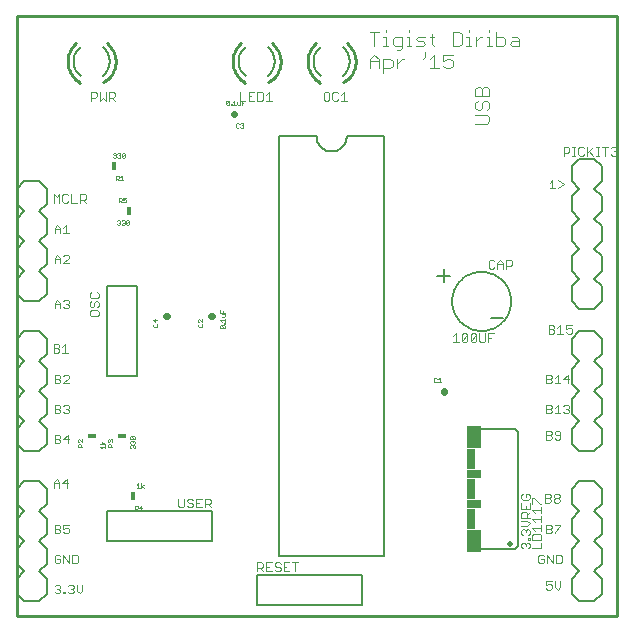
<source format=gto>
G75*
%MOIN*%
%OFA0B0*%
%FSLAX24Y24*%
%IPPOS*%
%LPD*%
%AMOC8*
5,1,8,0,0,1.08239X$1,22.5*
%
%ADD10C,0.0100*%
%ADD11C,0.0030*%
%ADD12C,0.0060*%
%ADD13C,0.0040*%
%ADD14C,0.0080*%
%ADD15C,0.0050*%
%ADD16C,0.0200*%
%ADD17R,0.0500X0.0750*%
%ADD18R,0.0300X0.0700*%
%ADD19R,0.0500X0.0300*%
%ADD20C,0.0220*%
%ADD21C,0.0010*%
%ADD22R,0.0180X0.0300*%
%ADD23R,0.0300X0.0180*%
D10*
X000150Y000150D02*
X000150Y020150D01*
X020150Y020150D01*
X020150Y000150D01*
X000150Y000150D01*
X003047Y017955D02*
X003095Y017985D01*
X003140Y018018D01*
X003183Y018054D01*
X003224Y018092D01*
X003261Y018134D01*
X003296Y018178D01*
X003327Y018224D01*
X003356Y018273D01*
X003380Y018323D01*
X003401Y018375D01*
X003419Y018429D01*
X003432Y018483D01*
X003442Y018538D01*
X003448Y018594D01*
X003450Y018650D01*
X002274Y017944D02*
X002227Y017971D01*
X002182Y018001D01*
X002139Y018034D01*
X002099Y018070D01*
X002061Y018109D01*
X002026Y018150D01*
X001993Y018193D01*
X001964Y018238D01*
X001938Y018286D01*
X001915Y018335D01*
X001895Y018385D01*
X001879Y018436D01*
X001866Y018489D01*
X001857Y018542D01*
X001852Y018596D01*
X001850Y018650D01*
X003167Y019261D02*
X003206Y019225D01*
X003244Y019186D01*
X003278Y019146D01*
X003310Y019103D01*
X003338Y019058D01*
X003364Y019011D01*
X003387Y018962D01*
X003406Y018912D01*
X003422Y018861D01*
X003434Y018809D01*
X003443Y018757D01*
X003448Y018703D01*
X003450Y018650D01*
X002138Y019265D02*
X002098Y019229D01*
X002060Y019190D01*
X002025Y019149D01*
X001993Y019106D01*
X001963Y019061D01*
X001937Y019014D01*
X001915Y018965D01*
X001895Y018914D01*
X001879Y018863D01*
X001866Y018811D01*
X001857Y018757D01*
X001852Y018704D01*
X001850Y018650D01*
X008547Y017955D02*
X008595Y017985D01*
X008640Y018018D01*
X008683Y018054D01*
X008724Y018092D01*
X008761Y018134D01*
X008796Y018178D01*
X008827Y018224D01*
X008856Y018273D01*
X008880Y018323D01*
X008901Y018375D01*
X008919Y018429D01*
X008932Y018483D01*
X008942Y018538D01*
X008948Y018594D01*
X008950Y018650D01*
X007774Y017944D02*
X007727Y017971D01*
X007682Y018001D01*
X007639Y018034D01*
X007599Y018070D01*
X007561Y018109D01*
X007526Y018150D01*
X007493Y018193D01*
X007464Y018238D01*
X007438Y018286D01*
X007415Y018335D01*
X007395Y018385D01*
X007379Y018436D01*
X007366Y018489D01*
X007357Y018542D01*
X007352Y018596D01*
X007350Y018650D01*
X008667Y019261D02*
X008706Y019225D01*
X008744Y019186D01*
X008778Y019146D01*
X008810Y019103D01*
X008838Y019058D01*
X008864Y019011D01*
X008887Y018962D01*
X008906Y018912D01*
X008922Y018861D01*
X008934Y018809D01*
X008943Y018757D01*
X008948Y018703D01*
X008950Y018650D01*
X007638Y019265D02*
X007598Y019229D01*
X007560Y019190D01*
X007525Y019149D01*
X007493Y019106D01*
X007463Y019061D01*
X007437Y019014D01*
X007415Y018965D01*
X007395Y018914D01*
X007379Y018863D01*
X007366Y018811D01*
X007357Y018757D01*
X007352Y018704D01*
X007350Y018650D01*
X011047Y017955D02*
X011095Y017985D01*
X011140Y018018D01*
X011183Y018054D01*
X011224Y018092D01*
X011261Y018134D01*
X011296Y018178D01*
X011327Y018224D01*
X011356Y018273D01*
X011380Y018323D01*
X011401Y018375D01*
X011419Y018429D01*
X011432Y018483D01*
X011442Y018538D01*
X011448Y018594D01*
X011450Y018650D01*
X010274Y017944D02*
X010227Y017971D01*
X010182Y018001D01*
X010139Y018034D01*
X010099Y018070D01*
X010061Y018109D01*
X010026Y018150D01*
X009993Y018193D01*
X009964Y018238D01*
X009938Y018286D01*
X009915Y018335D01*
X009895Y018385D01*
X009879Y018436D01*
X009866Y018489D01*
X009857Y018542D01*
X009852Y018596D01*
X009850Y018650D01*
X011167Y019261D02*
X011206Y019225D01*
X011244Y019186D01*
X011278Y019146D01*
X011310Y019103D01*
X011338Y019058D01*
X011364Y019011D01*
X011387Y018962D01*
X011406Y018912D01*
X011422Y018861D01*
X011434Y018809D01*
X011443Y018757D01*
X011448Y018703D01*
X011450Y018650D01*
X010138Y019265D02*
X010098Y019229D01*
X010060Y019190D01*
X010025Y019149D01*
X009993Y019106D01*
X009963Y019061D01*
X009937Y019014D01*
X009915Y018965D01*
X009895Y018914D01*
X009879Y018863D01*
X009866Y018811D01*
X009857Y018757D01*
X009852Y018704D01*
X009850Y018650D01*
D11*
X010429Y017635D02*
X010381Y017587D01*
X010381Y017393D01*
X010429Y017345D01*
X010526Y017345D01*
X010575Y017393D01*
X010575Y017587D01*
X010526Y017635D01*
X010429Y017635D01*
X010676Y017587D02*
X010676Y017393D01*
X010724Y017345D01*
X010821Y017345D01*
X010869Y017393D01*
X010970Y017345D02*
X011164Y017345D01*
X011067Y017345D02*
X011067Y017635D01*
X010970Y017538D01*
X010869Y017587D02*
X010821Y017635D01*
X010724Y017635D01*
X010676Y017587D01*
X008664Y017345D02*
X008470Y017345D01*
X008567Y017345D02*
X008567Y017635D01*
X008470Y017538D01*
X008369Y017587D02*
X008321Y017635D01*
X008176Y017635D01*
X008176Y017345D01*
X008321Y017345D01*
X008369Y017393D01*
X008369Y017587D01*
X008075Y017635D02*
X007881Y017635D01*
X007881Y017345D01*
X008075Y017345D01*
X007978Y017490D02*
X007881Y017490D01*
X007780Y017345D02*
X007586Y017345D01*
X007586Y017635D01*
X003414Y017587D02*
X003414Y017490D01*
X003365Y017442D01*
X003220Y017442D01*
X003220Y017345D02*
X003220Y017635D01*
X003365Y017635D01*
X003414Y017587D01*
X003317Y017442D02*
X003414Y017345D01*
X003119Y017345D02*
X003119Y017635D01*
X002926Y017635D02*
X002926Y017345D01*
X003022Y017442D01*
X003119Y017345D01*
X002825Y017490D02*
X002776Y017442D01*
X002631Y017442D01*
X002631Y017345D02*
X002631Y017635D01*
X002776Y017635D01*
X002825Y017587D01*
X002825Y017490D01*
X002414Y014235D02*
X002462Y014187D01*
X002462Y014090D01*
X002414Y014042D01*
X002269Y014042D01*
X002366Y014042D02*
X002462Y013945D01*
X002269Y013945D02*
X002269Y014235D01*
X002414Y014235D01*
X002168Y013945D02*
X001974Y013945D01*
X001974Y014235D01*
X001873Y014187D02*
X001825Y014235D01*
X001728Y014235D01*
X001680Y014187D01*
X001680Y013993D01*
X001728Y013945D01*
X001825Y013945D01*
X001873Y013993D01*
X001578Y013945D02*
X001578Y014235D01*
X001482Y014138D01*
X001385Y014235D01*
X001385Y013945D01*
X001512Y013205D02*
X001608Y013108D01*
X001608Y012915D01*
X001710Y012915D02*
X001903Y012915D01*
X001806Y012915D02*
X001806Y013205D01*
X001710Y013108D01*
X001608Y013060D02*
X001415Y013060D01*
X001415Y013108D02*
X001512Y013205D01*
X001415Y013108D02*
X001415Y012915D01*
X001512Y012205D02*
X001608Y012108D01*
X001608Y011915D01*
X001710Y011915D02*
X001903Y012108D01*
X001903Y012157D01*
X001855Y012205D01*
X001758Y012205D01*
X001710Y012157D01*
X001608Y012060D02*
X001415Y012060D01*
X001415Y012108D02*
X001512Y012205D01*
X001415Y012108D02*
X001415Y011915D01*
X001710Y011915D02*
X001903Y011915D01*
X002643Y010948D02*
X002595Y010899D01*
X002595Y010803D01*
X002643Y010754D01*
X002837Y010754D01*
X002885Y010803D01*
X002885Y010899D01*
X002837Y010948D01*
X002837Y010653D02*
X002885Y010605D01*
X002885Y010508D01*
X002837Y010460D01*
X002837Y010358D02*
X002643Y010358D01*
X002595Y010310D01*
X002595Y010213D01*
X002643Y010165D01*
X002837Y010165D01*
X002885Y010213D01*
X002885Y010310D01*
X002837Y010358D01*
X002692Y010460D02*
X002740Y010508D01*
X002740Y010605D01*
X002788Y010653D01*
X002837Y010653D01*
X002643Y010653D02*
X002595Y010605D01*
X002595Y010508D01*
X002643Y010460D01*
X002692Y010460D01*
X001903Y010463D02*
X001855Y010415D01*
X001758Y010415D01*
X001710Y010463D01*
X001608Y010415D02*
X001608Y010608D01*
X001512Y010705D01*
X001415Y010608D01*
X001415Y010415D01*
X001415Y010560D02*
X001608Y010560D01*
X001710Y010657D02*
X001758Y010705D01*
X001855Y010705D01*
X001903Y010657D01*
X001903Y010608D01*
X001855Y010560D01*
X001903Y010512D01*
X001903Y010463D01*
X001855Y010560D02*
X001806Y010560D01*
X001776Y009235D02*
X001776Y008945D01*
X001680Y008945D02*
X001873Y008945D01*
X001680Y009138D02*
X001776Y009235D01*
X001578Y009187D02*
X001578Y009138D01*
X001530Y009090D01*
X001385Y009090D01*
X001385Y008945D02*
X001530Y008945D01*
X001578Y008993D01*
X001578Y009042D01*
X001530Y009090D01*
X001578Y009187D02*
X001530Y009235D01*
X001385Y009235D01*
X001385Y008945D01*
X001415Y008205D02*
X001560Y008205D01*
X001608Y008157D01*
X001608Y008108D01*
X001560Y008060D01*
X001415Y008060D01*
X001415Y007915D02*
X001560Y007915D01*
X001608Y007963D01*
X001608Y008012D01*
X001560Y008060D01*
X001710Y008157D02*
X001758Y008205D01*
X001855Y008205D01*
X001903Y008157D01*
X001903Y008108D01*
X001710Y007915D01*
X001903Y007915D01*
X001415Y007915D02*
X001415Y008205D01*
X001415Y007205D02*
X001560Y007205D01*
X001608Y007157D01*
X001608Y007108D01*
X001560Y007060D01*
X001415Y007060D01*
X001415Y006915D02*
X001560Y006915D01*
X001608Y006963D01*
X001608Y007012D01*
X001560Y007060D01*
X001710Y006963D02*
X001758Y006915D01*
X001855Y006915D01*
X001903Y006963D01*
X001903Y007012D01*
X001855Y007060D01*
X001806Y007060D01*
X001855Y007060D02*
X001903Y007108D01*
X001903Y007157D01*
X001855Y007205D01*
X001758Y007205D01*
X001710Y007157D01*
X001415Y007205D02*
X001415Y006915D01*
X001415Y006205D02*
X001560Y006205D01*
X001608Y006157D01*
X001608Y006108D01*
X001560Y006060D01*
X001415Y006060D01*
X001415Y005915D02*
X001560Y005915D01*
X001608Y005963D01*
X001608Y006012D01*
X001560Y006060D01*
X001710Y006060D02*
X001903Y006060D01*
X001855Y005915D02*
X001855Y006205D01*
X001710Y006060D01*
X001415Y005915D02*
X001415Y006205D01*
X001482Y004735D02*
X001578Y004638D01*
X001578Y004445D01*
X001578Y004590D02*
X001385Y004590D01*
X001385Y004638D02*
X001482Y004735D01*
X001385Y004638D02*
X001385Y004445D01*
X001680Y004590D02*
X001825Y004735D01*
X001825Y004445D01*
X001873Y004590D02*
X001680Y004590D01*
X001710Y003205D02*
X001710Y003060D01*
X001806Y003108D01*
X001855Y003108D01*
X001903Y003060D01*
X001903Y002963D01*
X001855Y002915D01*
X001758Y002915D01*
X001710Y002963D01*
X001608Y002963D02*
X001560Y002915D01*
X001415Y002915D01*
X001415Y003205D01*
X001560Y003205D01*
X001608Y003157D01*
X001608Y003108D01*
X001560Y003060D01*
X001415Y003060D01*
X001560Y003060D02*
X001608Y003012D01*
X001608Y002963D01*
X001710Y003205D02*
X001903Y003205D01*
X001903Y002205D02*
X001903Y001915D01*
X001710Y002205D01*
X001710Y001915D01*
X001608Y001963D02*
X001608Y002060D01*
X001512Y002060D01*
X001608Y001963D02*
X001560Y001915D01*
X001463Y001915D01*
X001415Y001963D01*
X001415Y002157D01*
X001463Y002205D01*
X001560Y002205D01*
X001608Y002157D01*
X002004Y002205D02*
X002004Y001915D01*
X002149Y001915D01*
X002198Y001963D01*
X002198Y002157D01*
X002149Y002205D01*
X002004Y002205D01*
X002002Y001205D02*
X002050Y001157D01*
X002050Y001108D01*
X002002Y001060D01*
X002050Y001012D01*
X002050Y000963D01*
X002002Y000915D01*
X001905Y000915D01*
X001857Y000963D01*
X001758Y000963D02*
X001758Y000915D01*
X001710Y000915D01*
X001710Y000963D01*
X001758Y000963D01*
X001608Y000963D02*
X001560Y000915D01*
X001463Y000915D01*
X001415Y000963D01*
X001512Y001060D02*
X001560Y001060D01*
X001608Y001012D01*
X001608Y000963D01*
X001560Y001060D02*
X001608Y001108D01*
X001608Y001157D01*
X001560Y001205D01*
X001463Y001205D01*
X001415Y001157D01*
X001857Y001157D02*
X001905Y001205D01*
X002002Y001205D01*
X002002Y001060D02*
X001954Y001060D01*
X002152Y001012D02*
X002248Y000915D01*
X002345Y001012D01*
X002345Y001205D01*
X002152Y001205D02*
X002152Y001012D01*
X005540Y003838D02*
X005588Y003790D01*
X005685Y003790D01*
X005733Y003838D01*
X005733Y004080D01*
X005835Y004032D02*
X005883Y004080D01*
X005980Y004080D01*
X006028Y004032D01*
X005980Y003935D02*
X006028Y003887D01*
X006028Y003838D01*
X005980Y003790D01*
X005883Y003790D01*
X005835Y003838D01*
X005883Y003935D02*
X005980Y003935D01*
X005883Y003935D02*
X005835Y003983D01*
X005835Y004032D01*
X005540Y004080D02*
X005540Y003838D01*
X006129Y003790D02*
X006323Y003790D01*
X006424Y003790D02*
X006424Y004080D01*
X006569Y004080D01*
X006617Y004032D01*
X006617Y003935D01*
X006569Y003887D01*
X006424Y003887D01*
X006521Y003887D02*
X006617Y003790D01*
X006323Y004080D02*
X006129Y004080D01*
X006129Y003790D01*
X006129Y003935D02*
X006226Y003935D01*
X008165Y001955D02*
X008310Y001955D01*
X008358Y001907D01*
X008358Y001810D01*
X008310Y001762D01*
X008165Y001762D01*
X008262Y001762D02*
X008358Y001665D01*
X008460Y001665D02*
X008653Y001665D01*
X008754Y001713D02*
X008803Y001665D01*
X008899Y001665D01*
X008948Y001713D01*
X008948Y001762D01*
X008899Y001810D01*
X008803Y001810D01*
X008754Y001858D01*
X008754Y001907D01*
X008803Y001955D01*
X008899Y001955D01*
X008948Y001907D01*
X009049Y001955D02*
X009049Y001665D01*
X009242Y001665D01*
X009146Y001810D02*
X009049Y001810D01*
X009049Y001955D02*
X009242Y001955D01*
X009344Y001955D02*
X009537Y001955D01*
X009440Y001955D02*
X009440Y001665D01*
X008653Y001955D02*
X008460Y001955D01*
X008460Y001665D01*
X008460Y001810D02*
X008556Y001810D01*
X008165Y001665D02*
X008165Y001955D01*
X014692Y009295D02*
X014885Y009295D01*
X014788Y009295D02*
X014788Y009585D01*
X014692Y009488D01*
X014986Y009537D02*
X015035Y009585D01*
X015132Y009585D01*
X015180Y009537D01*
X014986Y009343D01*
X015035Y009295D01*
X015132Y009295D01*
X015180Y009343D01*
X015180Y009537D01*
X015281Y009537D02*
X015329Y009585D01*
X015426Y009585D01*
X015475Y009537D01*
X015281Y009343D01*
X015329Y009295D01*
X015426Y009295D01*
X015475Y009343D01*
X015475Y009537D01*
X015576Y009585D02*
X015576Y009343D01*
X015624Y009295D01*
X015721Y009295D01*
X015769Y009343D01*
X015769Y009585D01*
X015870Y009585D02*
X016064Y009585D01*
X015967Y009440D02*
X015870Y009440D01*
X015870Y009295D02*
X015870Y009585D01*
X015281Y009537D02*
X015281Y009343D01*
X014986Y009343D02*
X014986Y009537D01*
X015929Y011745D02*
X016026Y011745D01*
X016075Y011793D01*
X016176Y011745D02*
X016176Y011938D01*
X016272Y012035D01*
X016369Y011938D01*
X016369Y011745D01*
X016470Y011745D02*
X016470Y012035D01*
X016615Y012035D01*
X016664Y011987D01*
X016664Y011890D01*
X016615Y011842D01*
X016470Y011842D01*
X016369Y011890D02*
X016176Y011890D01*
X016075Y011987D02*
X016026Y012035D01*
X015929Y012035D01*
X015881Y011987D01*
X015881Y011793D01*
X015929Y011745D01*
X017885Y009860D02*
X017885Y009570D01*
X018030Y009570D01*
X018078Y009618D01*
X018078Y009667D01*
X018030Y009715D01*
X017885Y009715D01*
X018030Y009715D02*
X018078Y009763D01*
X018078Y009812D01*
X018030Y009860D01*
X017885Y009860D01*
X018180Y009763D02*
X018276Y009860D01*
X018276Y009570D01*
X018180Y009570D02*
X018373Y009570D01*
X018474Y009618D02*
X018523Y009570D01*
X018619Y009570D01*
X018668Y009618D01*
X018668Y009715D01*
X018619Y009763D01*
X018571Y009763D01*
X018474Y009715D01*
X018474Y009860D01*
X018668Y009860D01*
X018524Y008205D02*
X018379Y008060D01*
X018573Y008060D01*
X018524Y007915D02*
X018524Y008205D01*
X018181Y008205D02*
X018181Y007915D01*
X018085Y007915D02*
X018278Y007915D01*
X018085Y008108D02*
X018181Y008205D01*
X017983Y008157D02*
X017983Y008108D01*
X017935Y008060D01*
X017790Y008060D01*
X017790Y007915D02*
X017935Y007915D01*
X017983Y007963D01*
X017983Y008012D01*
X017935Y008060D01*
X017983Y008157D02*
X017935Y008205D01*
X017790Y008205D01*
X017790Y007915D01*
X017790Y007205D02*
X017935Y007205D01*
X017983Y007157D01*
X017983Y007108D01*
X017935Y007060D01*
X017790Y007060D01*
X017790Y006915D02*
X017935Y006915D01*
X017983Y006963D01*
X017983Y007012D01*
X017935Y007060D01*
X018085Y007108D02*
X018181Y007205D01*
X018181Y006915D01*
X018085Y006915D02*
X018278Y006915D01*
X018379Y006963D02*
X018428Y006915D01*
X018524Y006915D01*
X018573Y006963D01*
X018573Y007012D01*
X018524Y007060D01*
X018476Y007060D01*
X018524Y007060D02*
X018573Y007108D01*
X018573Y007157D01*
X018524Y007205D01*
X018428Y007205D01*
X018379Y007157D01*
X017790Y007205D02*
X017790Y006915D01*
X017790Y006330D02*
X017935Y006330D01*
X017983Y006282D01*
X017983Y006233D01*
X017935Y006185D01*
X017790Y006185D01*
X017790Y006040D02*
X017935Y006040D01*
X017983Y006088D01*
X017983Y006137D01*
X017935Y006185D01*
X018085Y006233D02*
X018133Y006185D01*
X018278Y006185D01*
X018278Y006088D02*
X018278Y006282D01*
X018230Y006330D01*
X018133Y006330D01*
X018085Y006282D01*
X018085Y006233D01*
X018085Y006088D02*
X018133Y006040D01*
X018230Y006040D01*
X018278Y006088D01*
X017790Y006040D02*
X017790Y006330D01*
X017760Y004235D02*
X017905Y004235D01*
X017953Y004187D01*
X017953Y004138D01*
X017905Y004090D01*
X017760Y004090D01*
X017760Y003945D02*
X017760Y004235D01*
X017905Y004090D02*
X017953Y004042D01*
X017953Y003993D01*
X017905Y003945D01*
X017760Y003945D01*
X017635Y003888D02*
X017587Y003888D01*
X017393Y004082D01*
X017345Y004082D01*
X017345Y003888D01*
X017260Y003934D02*
X017260Y003741D01*
X016970Y003741D01*
X016970Y003934D01*
X017018Y004036D02*
X017212Y004036D01*
X017260Y004084D01*
X017260Y004181D01*
X017212Y004229D01*
X017115Y004229D01*
X017115Y004132D01*
X017018Y004036D02*
X016970Y004084D01*
X016970Y004181D01*
X017018Y004229D01*
X017115Y003838D02*
X017115Y003741D01*
X017115Y003640D02*
X017018Y003640D01*
X016970Y003591D01*
X016970Y003446D01*
X017260Y003446D01*
X017163Y003446D02*
X017163Y003591D01*
X017115Y003640D01*
X017163Y003543D02*
X017260Y003640D01*
X017345Y003690D02*
X017635Y003690D01*
X017635Y003594D02*
X017635Y003787D01*
X017442Y003594D02*
X017345Y003690D01*
X017635Y003492D02*
X017635Y003299D01*
X017635Y003396D02*
X017345Y003396D01*
X017442Y003299D01*
X017260Y003248D02*
X017163Y003152D01*
X016970Y003152D01*
X017018Y003050D02*
X017067Y003050D01*
X017115Y003002D01*
X017163Y003050D01*
X017212Y003050D01*
X017260Y003002D01*
X017260Y002905D01*
X017212Y002857D01*
X017212Y002758D02*
X017260Y002758D01*
X017260Y002710D01*
X017212Y002710D01*
X017212Y002758D01*
X017345Y002710D02*
X017345Y002855D01*
X017393Y002903D01*
X017587Y002903D01*
X017635Y002855D01*
X017635Y002710D01*
X017345Y002710D01*
X017212Y002608D02*
X017260Y002560D01*
X017260Y002463D01*
X017212Y002415D01*
X017345Y002415D02*
X017635Y002415D01*
X017635Y002608D01*
X017790Y002915D02*
X017935Y002915D01*
X017983Y002963D01*
X017983Y003012D01*
X017935Y003060D01*
X017790Y003060D01*
X017790Y002915D02*
X017790Y003205D01*
X017935Y003205D01*
X017983Y003157D01*
X017983Y003108D01*
X017935Y003060D01*
X018085Y002963D02*
X018085Y002915D01*
X018085Y002963D02*
X018278Y003157D01*
X018278Y003205D01*
X018085Y003205D01*
X017635Y003198D02*
X017635Y003004D01*
X017635Y003101D02*
X017345Y003101D01*
X017442Y003004D01*
X017115Y003002D02*
X017115Y002954D01*
X017018Y003050D02*
X016970Y003002D01*
X016970Y002905D01*
X017018Y002857D01*
X017018Y002608D02*
X017067Y002608D01*
X017115Y002560D01*
X017163Y002608D01*
X017212Y002608D01*
X017115Y002560D02*
X017115Y002512D01*
X017018Y002608D02*
X016970Y002560D01*
X016970Y002463D01*
X017018Y002415D01*
X017540Y002157D02*
X017540Y001963D01*
X017588Y001915D01*
X017685Y001915D01*
X017733Y001963D01*
X017733Y002060D01*
X017637Y002060D01*
X017733Y002157D02*
X017685Y002205D01*
X017588Y002205D01*
X017540Y002157D01*
X017835Y002205D02*
X017835Y001915D01*
X018028Y001915D02*
X017835Y002205D01*
X018028Y002205D02*
X018028Y001915D01*
X018129Y001915D02*
X018129Y002205D01*
X018274Y002205D01*
X018323Y002157D01*
X018323Y001963D01*
X018274Y001915D01*
X018129Y001915D01*
X018085Y001330D02*
X018085Y001137D01*
X018181Y001040D01*
X018278Y001137D01*
X018278Y001330D01*
X017983Y001330D02*
X017790Y001330D01*
X017790Y001185D01*
X017887Y001233D01*
X017935Y001233D01*
X017983Y001185D01*
X017983Y001088D01*
X017935Y001040D01*
X017838Y001040D01*
X017790Y001088D01*
X017260Y003248D02*
X017163Y003345D01*
X016970Y003345D01*
X018055Y003993D02*
X018055Y004042D01*
X018103Y004090D01*
X018200Y004090D01*
X018248Y004042D01*
X018248Y003993D01*
X018200Y003945D01*
X018103Y003945D01*
X018055Y003993D01*
X018103Y004090D02*
X018055Y004138D01*
X018055Y004187D01*
X018103Y004235D01*
X018200Y004235D01*
X018248Y004187D01*
X018248Y004138D01*
X018200Y004090D01*
X018210Y014415D02*
X018403Y014560D01*
X018210Y014705D01*
X018012Y014705D02*
X018012Y014415D01*
X018108Y014415D02*
X017915Y014415D01*
X017915Y014608D02*
X018012Y014705D01*
X018385Y015510D02*
X018385Y015800D01*
X018530Y015800D01*
X018578Y015752D01*
X018578Y015655D01*
X018530Y015607D01*
X018385Y015607D01*
X018680Y015510D02*
X018776Y015510D01*
X018728Y015510D02*
X018728Y015800D01*
X018680Y015800D02*
X018776Y015800D01*
X018876Y015752D02*
X018876Y015558D01*
X018924Y015510D01*
X019021Y015510D01*
X019070Y015558D01*
X019171Y015510D02*
X019171Y015800D01*
X019070Y015752D02*
X019021Y015800D01*
X018924Y015800D01*
X018876Y015752D01*
X019171Y015607D02*
X019364Y015800D01*
X019465Y015800D02*
X019562Y015800D01*
X019514Y015800D02*
X019514Y015510D01*
X019562Y015510D02*
X019465Y015510D01*
X019364Y015510D02*
X019219Y015655D01*
X019662Y015800D02*
X019855Y015800D01*
X019759Y015800D02*
X019759Y015510D01*
X019956Y015558D02*
X020005Y015510D01*
X020102Y015510D01*
X020150Y015558D01*
X020150Y015607D01*
X020102Y015655D01*
X020053Y015655D01*
X020102Y015655D02*
X020150Y015703D01*
X020150Y015752D01*
X020102Y015800D01*
X020005Y015800D01*
X019956Y015752D01*
D12*
X014607Y011500D02*
X014180Y011500D01*
X014394Y011287D02*
X014394Y011714D01*
X015600Y006400D02*
X016750Y006400D01*
X016850Y006300D01*
X016850Y002500D01*
X016750Y002400D01*
X015600Y002400D01*
X010050Y018650D02*
X010052Y018697D01*
X010058Y018745D01*
X010067Y018791D01*
X010080Y018837D01*
X010096Y018881D01*
X010117Y018925D01*
X010140Y018966D01*
X010166Y019005D01*
X010196Y019042D01*
X010229Y019077D01*
X010264Y019109D01*
X010301Y019138D01*
X011250Y018650D02*
X011248Y018605D01*
X011243Y018559D01*
X011235Y018515D01*
X011223Y018471D01*
X011207Y018428D01*
X011189Y018386D01*
X011167Y018346D01*
X011143Y018308D01*
X011116Y018272D01*
X011086Y018237D01*
X011053Y018206D01*
X011018Y018176D01*
X011250Y018650D02*
X011248Y018695D01*
X011243Y018741D01*
X011235Y018785D01*
X011223Y018829D01*
X011207Y018872D01*
X011189Y018914D01*
X011167Y018954D01*
X011143Y018992D01*
X011116Y019028D01*
X011086Y019063D01*
X011053Y019094D01*
X011018Y019124D01*
X010050Y018650D02*
X010052Y018604D01*
X010057Y018558D01*
X010066Y018512D01*
X010078Y018467D01*
X010094Y018424D01*
X010113Y018382D01*
X010136Y018341D01*
X010161Y018302D01*
X010189Y018266D01*
X010220Y018231D01*
X010254Y018199D01*
X010290Y018170D01*
X007801Y019138D02*
X007764Y019109D01*
X007729Y019077D01*
X007696Y019042D01*
X007666Y019005D01*
X007640Y018966D01*
X007617Y018925D01*
X007596Y018881D01*
X007580Y018837D01*
X007567Y018791D01*
X007558Y018745D01*
X007552Y018697D01*
X007550Y018650D01*
X008518Y018176D02*
X008553Y018206D01*
X008586Y018237D01*
X008616Y018272D01*
X008643Y018308D01*
X008667Y018346D01*
X008689Y018386D01*
X008707Y018428D01*
X008723Y018471D01*
X008735Y018515D01*
X008743Y018559D01*
X008748Y018605D01*
X008750Y018650D01*
X007790Y018170D02*
X007754Y018199D01*
X007720Y018231D01*
X007689Y018266D01*
X007661Y018302D01*
X007636Y018341D01*
X007613Y018382D01*
X007594Y018424D01*
X007578Y018467D01*
X007566Y018512D01*
X007557Y018558D01*
X007552Y018604D01*
X007550Y018650D01*
X008518Y019124D02*
X008553Y019094D01*
X008586Y019063D01*
X008616Y019028D01*
X008643Y018992D01*
X008667Y018954D01*
X008689Y018914D01*
X008707Y018872D01*
X008723Y018829D01*
X008735Y018785D01*
X008743Y018741D01*
X008748Y018695D01*
X008750Y018650D01*
X002290Y018170D02*
X002254Y018199D01*
X002220Y018231D01*
X002189Y018266D01*
X002161Y018302D01*
X002136Y018341D01*
X002113Y018382D01*
X002094Y018424D01*
X002078Y018467D01*
X002066Y018512D01*
X002057Y018558D01*
X002052Y018604D01*
X002050Y018650D01*
X003018Y018176D02*
X003053Y018206D01*
X003086Y018237D01*
X003116Y018272D01*
X003143Y018308D01*
X003167Y018346D01*
X003189Y018386D01*
X003207Y018428D01*
X003223Y018471D01*
X003235Y018515D01*
X003243Y018559D01*
X003248Y018605D01*
X003250Y018650D01*
X002301Y019138D02*
X002264Y019109D01*
X002229Y019077D01*
X002196Y019042D01*
X002166Y019005D01*
X002140Y018966D01*
X002117Y018925D01*
X002096Y018881D01*
X002080Y018837D01*
X002067Y018791D01*
X002058Y018745D01*
X002052Y018697D01*
X002050Y018650D01*
X003018Y019124D02*
X003053Y019094D01*
X003086Y019063D01*
X003116Y019028D01*
X003143Y018992D01*
X003167Y018954D01*
X003189Y018914D01*
X003207Y018872D01*
X003223Y018829D01*
X003235Y018785D01*
X003243Y018741D01*
X003248Y018695D01*
X003250Y018650D01*
D13*
X011920Y018650D02*
X012227Y018650D01*
X012227Y018727D02*
X012227Y018420D01*
X012380Y018420D02*
X012611Y018420D01*
X012687Y018497D01*
X012687Y018650D01*
X012611Y018727D01*
X012380Y018727D01*
X012380Y018267D01*
X011920Y018420D02*
X011920Y018727D01*
X012073Y018880D01*
X012227Y018727D01*
X012380Y019170D02*
X012534Y019170D01*
X012457Y019170D02*
X012457Y019477D01*
X012380Y019477D01*
X012457Y019630D02*
X012457Y019707D01*
X012227Y019630D02*
X011920Y019630D01*
X012073Y019630D02*
X012073Y019170D01*
X012687Y019247D02*
X012764Y019170D01*
X012994Y019170D01*
X012994Y019093D02*
X012994Y019477D01*
X012764Y019477D01*
X012687Y019400D01*
X012687Y019247D01*
X012841Y019017D02*
X012918Y019017D01*
X012994Y019093D01*
X013148Y019170D02*
X013301Y019170D01*
X013224Y019170D02*
X013224Y019477D01*
X013148Y019477D01*
X013224Y019630D02*
X013224Y019707D01*
X013531Y019477D02*
X013455Y019400D01*
X013531Y019323D01*
X013685Y019323D01*
X013762Y019247D01*
X013685Y019170D01*
X013455Y019170D01*
X013531Y019477D02*
X013762Y019477D01*
X013915Y019477D02*
X014068Y019477D01*
X013992Y019554D02*
X013992Y019247D01*
X014068Y019170D01*
X014068Y018880D02*
X014068Y018420D01*
X013915Y018420D02*
X014222Y018420D01*
X014375Y018497D02*
X014452Y018420D01*
X014606Y018420D01*
X014682Y018497D01*
X014682Y018650D01*
X014606Y018727D01*
X014529Y018727D01*
X014375Y018650D01*
X014375Y018880D01*
X014682Y018880D01*
X014682Y019170D02*
X014913Y019170D01*
X014989Y019247D01*
X014989Y019554D01*
X014913Y019630D01*
X014682Y019630D01*
X014682Y019170D01*
X015143Y019170D02*
X015296Y019170D01*
X015219Y019170D02*
X015219Y019477D01*
X015143Y019477D01*
X015219Y019630D02*
X015219Y019707D01*
X015450Y019477D02*
X015450Y019170D01*
X015450Y019323D02*
X015603Y019477D01*
X015680Y019477D01*
X015833Y019477D02*
X015910Y019477D01*
X015910Y019170D01*
X015833Y019170D02*
X015987Y019170D01*
X016140Y019170D02*
X016370Y019170D01*
X016447Y019247D01*
X016447Y019400D01*
X016370Y019477D01*
X016140Y019477D01*
X016140Y019630D02*
X016140Y019170D01*
X016601Y019247D02*
X016677Y019323D01*
X016908Y019323D01*
X016908Y019400D02*
X016908Y019170D01*
X016677Y019170D01*
X016601Y019247D01*
X016677Y019477D02*
X016831Y019477D01*
X016908Y019400D01*
X015910Y019630D02*
X015910Y019707D01*
X014068Y018880D02*
X013915Y018727D01*
X013762Y018804D02*
X013762Y018957D01*
X013762Y018804D02*
X013685Y018727D01*
X013071Y018727D02*
X012994Y018727D01*
X012841Y018573D01*
X012841Y018420D02*
X012841Y018727D01*
X015440Y017724D02*
X015440Y017494D01*
X015901Y017494D01*
X015901Y017724D01*
X015824Y017801D01*
X015747Y017801D01*
X015670Y017724D01*
X015670Y017494D01*
X015747Y017341D02*
X015824Y017341D01*
X015901Y017264D01*
X015901Y017110D01*
X015824Y017034D01*
X015824Y016880D02*
X015440Y016880D01*
X015517Y017034D02*
X015440Y017110D01*
X015440Y017264D01*
X015517Y017341D01*
X015670Y017264D02*
X015670Y017110D01*
X015594Y017034D01*
X015517Y017034D01*
X015824Y016880D02*
X015901Y016803D01*
X015901Y016650D01*
X015824Y016573D01*
X015440Y016573D01*
X015670Y017264D02*
X015747Y017341D01*
X015670Y017724D02*
X015594Y017801D01*
X015517Y017801D01*
X015440Y017724D01*
D14*
X018650Y015150D02*
X018650Y014650D01*
X018900Y014400D01*
X018650Y014150D01*
X018650Y013650D01*
X018900Y013400D01*
X018650Y013150D01*
X018650Y012650D01*
X018900Y012400D01*
X018650Y012150D01*
X018650Y011650D01*
X018900Y011400D01*
X018650Y011150D01*
X018650Y010650D01*
X018900Y010400D01*
X019400Y010400D01*
X019650Y010650D01*
X019650Y011150D01*
X019400Y011400D01*
X019650Y011650D01*
X019650Y012150D01*
X019400Y012400D01*
X019650Y012650D01*
X019650Y013150D01*
X019400Y013400D01*
X019650Y013650D01*
X019650Y014150D01*
X019400Y014400D01*
X019650Y014650D01*
X019650Y015150D01*
X019400Y015400D01*
X018900Y015400D01*
X018650Y015150D01*
X014666Y010650D02*
X014668Y010712D01*
X014674Y010775D01*
X014684Y010836D01*
X014698Y010897D01*
X014715Y010957D01*
X014736Y011016D01*
X014762Y011073D01*
X014790Y011128D01*
X014822Y011182D01*
X014858Y011233D01*
X014896Y011283D01*
X014938Y011329D01*
X014982Y011373D01*
X015030Y011414D01*
X015079Y011452D01*
X015131Y011486D01*
X015185Y011517D01*
X015241Y011545D01*
X015299Y011569D01*
X015358Y011590D01*
X015418Y011606D01*
X015479Y011619D01*
X015541Y011628D01*
X015603Y011633D01*
X015666Y011634D01*
X015728Y011631D01*
X015790Y011624D01*
X015852Y011613D01*
X015912Y011598D01*
X015972Y011580D01*
X016030Y011558D01*
X016087Y011532D01*
X016142Y011502D01*
X016195Y011469D01*
X016246Y011433D01*
X016294Y011394D01*
X016340Y011351D01*
X016383Y011306D01*
X016423Y011258D01*
X016460Y011208D01*
X016494Y011155D01*
X016525Y011101D01*
X016551Y011045D01*
X016575Y010987D01*
X016594Y010927D01*
X016610Y010867D01*
X016622Y010805D01*
X016630Y010744D01*
X016634Y010681D01*
X016634Y010619D01*
X016630Y010556D01*
X016622Y010495D01*
X016610Y010433D01*
X016594Y010373D01*
X016575Y010313D01*
X016551Y010255D01*
X016525Y010199D01*
X016494Y010145D01*
X016460Y010092D01*
X016423Y010042D01*
X016383Y009994D01*
X016340Y009949D01*
X016294Y009906D01*
X016246Y009867D01*
X016195Y009831D01*
X016142Y009798D01*
X016087Y009768D01*
X016030Y009742D01*
X015972Y009720D01*
X015912Y009702D01*
X015852Y009687D01*
X015790Y009676D01*
X015728Y009669D01*
X015666Y009666D01*
X015603Y009667D01*
X015541Y009672D01*
X015479Y009681D01*
X015418Y009694D01*
X015358Y009710D01*
X015299Y009731D01*
X015241Y009755D01*
X015185Y009783D01*
X015131Y009814D01*
X015079Y009848D01*
X015030Y009886D01*
X014982Y009927D01*
X014938Y009971D01*
X014896Y010017D01*
X014858Y010067D01*
X014822Y010118D01*
X014790Y010172D01*
X014762Y010227D01*
X014736Y010284D01*
X014715Y010343D01*
X014698Y010403D01*
X014684Y010464D01*
X014674Y010525D01*
X014668Y010588D01*
X014666Y010650D01*
X015950Y010100D02*
X016350Y010100D01*
X018650Y009400D02*
X018650Y008900D01*
X018900Y008650D01*
X018650Y008400D01*
X018650Y007900D01*
X018900Y007650D01*
X018650Y007400D01*
X018650Y006900D01*
X018900Y006650D01*
X018650Y006400D01*
X018650Y005900D01*
X018900Y005650D01*
X019400Y005650D01*
X019650Y005900D01*
X019650Y006400D01*
X019400Y006650D01*
X019650Y006900D01*
X019650Y007400D01*
X019400Y007650D01*
X019650Y007900D01*
X019650Y008400D01*
X019400Y008650D01*
X019650Y008900D01*
X019650Y009400D01*
X019400Y009650D01*
X018900Y009650D01*
X018650Y009400D01*
X018900Y004650D02*
X018650Y004400D01*
X018650Y003900D01*
X018900Y003650D01*
X018650Y003400D01*
X018650Y002900D01*
X018900Y002650D01*
X018650Y002400D01*
X018650Y001900D01*
X018900Y001650D01*
X018650Y001400D01*
X018650Y000900D01*
X018900Y000650D01*
X019400Y000650D01*
X019650Y000900D01*
X019650Y001400D01*
X019400Y001650D01*
X019650Y001900D01*
X019650Y002400D01*
X019400Y002650D01*
X019650Y002900D01*
X019650Y003400D01*
X019400Y003650D01*
X019650Y003900D01*
X019650Y004400D01*
X019400Y004650D01*
X018900Y004650D01*
X001150Y004400D02*
X001150Y003900D01*
X000900Y003650D01*
X001150Y003400D01*
X001150Y002900D01*
X000900Y002650D01*
X001150Y002400D01*
X001150Y001900D01*
X000900Y001650D01*
X001150Y001400D01*
X001150Y000900D01*
X000900Y000650D01*
X000400Y000650D01*
X000150Y000900D01*
X000150Y001400D01*
X000400Y001650D01*
X000150Y001900D01*
X000150Y002400D01*
X000400Y002650D01*
X000150Y002900D01*
X000150Y003400D01*
X000400Y003650D01*
X000150Y003900D01*
X000150Y004400D01*
X000400Y004650D01*
X000900Y004650D01*
X001150Y004400D01*
X000900Y005650D02*
X000400Y005650D01*
X000150Y005900D01*
X000150Y006400D01*
X000400Y006650D01*
X000150Y006900D01*
X000150Y007400D01*
X000400Y007650D01*
X000150Y007900D01*
X000150Y008400D01*
X000400Y008650D01*
X000150Y008900D01*
X000150Y009400D01*
X000400Y009650D01*
X000900Y009650D01*
X001150Y009400D01*
X001150Y008900D01*
X000900Y008650D01*
X001150Y008400D01*
X001150Y007900D01*
X000900Y007650D01*
X001150Y007400D01*
X001150Y006900D01*
X000900Y006650D01*
X001150Y006400D01*
X001150Y005900D01*
X000900Y005650D01*
X000900Y010650D02*
X000400Y010650D01*
X000150Y010900D01*
X000150Y011400D01*
X000400Y011650D01*
X000150Y011900D01*
X000150Y012400D01*
X000400Y012650D01*
X000150Y012900D01*
X000150Y013400D01*
X000400Y013650D01*
X000150Y013900D01*
X000150Y014400D01*
X000400Y014650D01*
X000900Y014650D01*
X001150Y014400D01*
X001150Y013900D01*
X000900Y013650D01*
X001150Y013400D01*
X001150Y012900D01*
X000900Y012650D01*
X001150Y012400D01*
X001150Y011900D01*
X000900Y011650D01*
X001150Y011400D01*
X001150Y010900D01*
X000900Y010650D01*
D15*
X003150Y011150D02*
X003150Y008150D01*
X004150Y008150D01*
X004150Y011150D01*
X003150Y011150D01*
X008900Y016150D02*
X010150Y016150D01*
X010152Y016106D01*
X010158Y016063D01*
X010167Y016021D01*
X010180Y015979D01*
X010197Y015939D01*
X010217Y015900D01*
X010240Y015863D01*
X010267Y015829D01*
X010296Y015796D01*
X010329Y015767D01*
X010363Y015740D01*
X010400Y015717D01*
X010439Y015697D01*
X010479Y015680D01*
X010521Y015667D01*
X010563Y015658D01*
X010606Y015652D01*
X010650Y015650D01*
X010694Y015652D01*
X010737Y015658D01*
X010779Y015667D01*
X010821Y015680D01*
X010861Y015697D01*
X010900Y015717D01*
X010937Y015740D01*
X010971Y015767D01*
X011004Y015796D01*
X011033Y015829D01*
X011060Y015863D01*
X011083Y015900D01*
X011103Y015939D01*
X011120Y015979D01*
X011133Y016021D01*
X011142Y016063D01*
X011148Y016106D01*
X011150Y016150D01*
X012400Y016150D01*
X012400Y002150D01*
X008900Y002150D01*
X008900Y016150D01*
X006650Y003650D02*
X003150Y003650D01*
X003150Y002650D01*
X006650Y002650D01*
X006650Y003650D01*
X008150Y001525D02*
X011650Y001525D01*
X011650Y000525D01*
X008150Y000525D01*
X008150Y001525D01*
D16*
X016610Y002580D03*
D17*
X015400Y002675D03*
X015400Y006125D03*
D18*
X015300Y005400D03*
X015300Y004400D03*
X015300Y003400D03*
D19*
X015400Y003900D03*
X015400Y004900D03*
D20*
X014400Y007638D02*
X014400Y007662D01*
X006662Y010150D02*
X006638Y010150D01*
X005162Y010150D02*
X005138Y010150D01*
X007400Y016888D02*
X007400Y016912D01*
D21*
X007413Y017195D02*
X007413Y017345D01*
X007363Y017295D01*
X007314Y017220D02*
X007289Y017220D01*
X007289Y017195D01*
X007314Y017195D01*
X007314Y017220D01*
X007363Y017195D02*
X007463Y017195D01*
X007510Y017220D02*
X007535Y017195D01*
X007610Y017195D01*
X007610Y017295D01*
X007658Y017270D02*
X007708Y017270D01*
X007658Y017345D02*
X007758Y017345D01*
X007658Y017345D02*
X007658Y017195D01*
X007510Y017220D02*
X007510Y017295D01*
X007242Y017320D02*
X007142Y017220D01*
X007167Y017195D01*
X007217Y017195D01*
X007242Y017220D01*
X007242Y017320D01*
X007217Y017345D01*
X007167Y017345D01*
X007142Y017320D01*
X007142Y017220D01*
X007485Y016595D02*
X007460Y016570D01*
X007460Y016470D01*
X007485Y016445D01*
X007535Y016445D01*
X007560Y016470D01*
X007608Y016470D02*
X007633Y016445D01*
X007683Y016445D01*
X007708Y016470D01*
X007708Y016495D01*
X007683Y016520D01*
X007658Y016520D01*
X007683Y016520D02*
X007708Y016545D01*
X007708Y016570D01*
X007683Y016595D01*
X007633Y016595D01*
X007608Y016570D01*
X007560Y016570D02*
X007535Y016595D01*
X007485Y016595D01*
X003900Y013330D02*
X003800Y013230D01*
X003825Y013205D01*
X003875Y013205D01*
X003900Y013230D01*
X003900Y013330D01*
X003875Y013355D01*
X003825Y013355D01*
X003800Y013330D01*
X003800Y013230D01*
X003752Y013230D02*
X003727Y013205D01*
X003677Y013205D01*
X003652Y013230D01*
X003605Y013230D02*
X003580Y013205D01*
X003530Y013205D01*
X003505Y013230D01*
X003555Y013280D02*
X003580Y013280D01*
X003605Y013255D01*
X003605Y013230D01*
X003580Y013280D02*
X003605Y013305D01*
X003605Y013330D01*
X003580Y013355D01*
X003530Y013355D01*
X003505Y013330D01*
X003652Y013330D02*
X003677Y013355D01*
X003727Y013355D01*
X003752Y013330D01*
X003752Y013305D01*
X003727Y013280D01*
X003752Y013255D01*
X003752Y013230D01*
X003727Y013280D02*
X003702Y013280D01*
X003727Y013955D02*
X003702Y013980D01*
X003727Y013955D02*
X003777Y013955D01*
X003802Y013980D01*
X003802Y014030D01*
X003777Y014055D01*
X003752Y014055D01*
X003702Y014030D01*
X003702Y014105D01*
X003802Y014105D01*
X003655Y014080D02*
X003655Y014030D01*
X003630Y014005D01*
X003555Y014005D01*
X003555Y013955D02*
X003555Y014105D01*
X003630Y014105D01*
X003655Y014080D01*
X003605Y014005D02*
X003655Y013955D01*
X003658Y014695D02*
X003658Y014845D01*
X003608Y014795D01*
X003560Y014770D02*
X003535Y014745D01*
X003460Y014745D01*
X003460Y014695D02*
X003460Y014845D01*
X003535Y014845D01*
X003560Y014820D01*
X003560Y014770D01*
X003510Y014745D02*
X003560Y014695D01*
X003608Y014695D02*
X003708Y014695D01*
X003733Y015445D02*
X003683Y015445D01*
X003658Y015470D01*
X003758Y015570D01*
X003758Y015470D01*
X003733Y015445D01*
X003658Y015470D02*
X003658Y015570D01*
X003683Y015595D01*
X003733Y015595D01*
X003758Y015570D01*
X003610Y015570D02*
X003610Y015545D01*
X003585Y015520D01*
X003610Y015495D01*
X003610Y015470D01*
X003585Y015445D01*
X003535Y015445D01*
X003510Y015470D01*
X003463Y015470D02*
X003438Y015445D01*
X003388Y015445D01*
X003363Y015470D01*
X003413Y015520D02*
X003438Y015520D01*
X003463Y015495D01*
X003463Y015470D01*
X003438Y015520D02*
X003463Y015545D01*
X003463Y015570D01*
X003438Y015595D01*
X003388Y015595D01*
X003363Y015570D01*
X003510Y015570D02*
X003535Y015595D01*
X003585Y015595D01*
X003610Y015570D01*
X003585Y015520D02*
X003560Y015520D01*
X006945Y010371D02*
X006945Y010271D01*
X007095Y010271D01*
X007095Y010223D02*
X006995Y010223D01*
X007020Y010271D02*
X007020Y010321D01*
X007095Y010223D02*
X007095Y010148D01*
X007070Y010123D01*
X006995Y010123D01*
X006945Y010026D02*
X007095Y010026D01*
X007095Y009976D02*
X007095Y010076D01*
X006995Y009976D02*
X006945Y010026D01*
X007070Y009927D02*
X007095Y009927D01*
X007095Y009902D01*
X007070Y009902D01*
X007070Y009927D01*
X007070Y009855D02*
X007095Y009830D01*
X007095Y009780D01*
X007070Y009755D01*
X006970Y009855D01*
X007070Y009855D01*
X007070Y009755D02*
X006970Y009755D01*
X006945Y009780D01*
X006945Y009830D01*
X006970Y009855D01*
X006345Y009830D02*
X006345Y009880D01*
X006320Y009905D01*
X006345Y009952D02*
X006245Y010052D01*
X006220Y010052D01*
X006195Y010027D01*
X006195Y009977D01*
X006220Y009952D01*
X006220Y009905D02*
X006195Y009880D01*
X006195Y009830D01*
X006220Y009805D01*
X006320Y009805D01*
X006345Y009830D01*
X006345Y009952D02*
X006345Y010052D01*
X004845Y010027D02*
X004695Y010027D01*
X004770Y009952D01*
X004770Y010052D01*
X004820Y009905D02*
X004845Y009880D01*
X004845Y009830D01*
X004820Y009805D01*
X004720Y009805D01*
X004695Y009830D01*
X004695Y009880D01*
X004720Y009905D01*
X004070Y006150D02*
X003970Y006150D01*
X004070Y006050D01*
X004095Y006075D01*
X004095Y006125D01*
X004070Y006150D01*
X003970Y006150D02*
X003945Y006125D01*
X003945Y006075D01*
X003970Y006050D01*
X004070Y006050D01*
X004070Y006002D02*
X004095Y005977D01*
X004095Y005927D01*
X004070Y005902D01*
X004070Y005855D02*
X004045Y005855D01*
X004020Y005830D01*
X004020Y005805D01*
X004020Y005830D02*
X003995Y005855D01*
X003970Y005855D01*
X003945Y005830D01*
X003945Y005780D01*
X003970Y005755D01*
X004070Y005755D02*
X004095Y005780D01*
X004095Y005830D01*
X004070Y005855D01*
X004020Y005952D02*
X004020Y005977D01*
X004045Y006002D01*
X004070Y006002D01*
X004020Y005977D02*
X003995Y006002D01*
X003970Y006002D01*
X003945Y005977D01*
X003945Y005927D01*
X003970Y005902D01*
X003345Y005905D02*
X003295Y005855D01*
X003295Y005880D02*
X003295Y005805D01*
X003345Y005805D02*
X003195Y005805D01*
X003195Y005880D01*
X003220Y005905D01*
X003270Y005905D01*
X003295Y005880D01*
X003320Y005952D02*
X003345Y005977D01*
X003345Y006027D01*
X003320Y006052D01*
X003295Y006052D01*
X003270Y006027D01*
X003270Y006002D01*
X003270Y006027D02*
X003245Y006052D01*
X003220Y006052D01*
X003195Y006027D01*
X003195Y005977D01*
X003220Y005952D01*
X003095Y005977D02*
X003045Y005902D01*
X002995Y005977D01*
X002945Y005902D02*
X003095Y005902D01*
X003095Y005855D02*
X003095Y005755D01*
X003095Y005805D02*
X002945Y005805D01*
X002995Y005755D01*
X002345Y005805D02*
X002195Y005805D01*
X002195Y005880D01*
X002220Y005905D01*
X002270Y005905D01*
X002295Y005880D01*
X002295Y005805D01*
X002295Y005855D02*
X002345Y005905D01*
X002345Y005952D02*
X002245Y006052D01*
X002220Y006052D01*
X002195Y006027D01*
X002195Y005977D01*
X002220Y005952D01*
X002345Y005952D02*
X002345Y006052D01*
X004160Y004545D02*
X004210Y004595D01*
X004210Y004445D01*
X004160Y004445D02*
X004260Y004445D01*
X004307Y004445D02*
X004307Y004595D01*
X004382Y004545D02*
X004307Y004495D01*
X004382Y004445D01*
X004308Y003845D02*
X004233Y003770D01*
X004333Y003770D01*
X004308Y003695D02*
X004308Y003845D01*
X004185Y003820D02*
X004185Y003770D01*
X004160Y003745D01*
X004085Y003745D01*
X004085Y003695D02*
X004085Y003845D01*
X004160Y003845D01*
X004185Y003820D01*
X004135Y003745D02*
X004185Y003695D01*
X014055Y007980D02*
X014080Y007955D01*
X014130Y007955D01*
X014155Y007980D01*
X014202Y007955D02*
X014302Y007955D01*
X014252Y007955D02*
X014252Y008105D01*
X014202Y008055D01*
X014155Y008080D02*
X014130Y008105D01*
X014080Y008105D01*
X014055Y008080D01*
X014055Y007980D01*
D22*
X004025Y004150D03*
X003900Y013650D03*
X003400Y015150D03*
D23*
X003650Y006150D03*
X002650Y006150D03*
M02*

</source>
